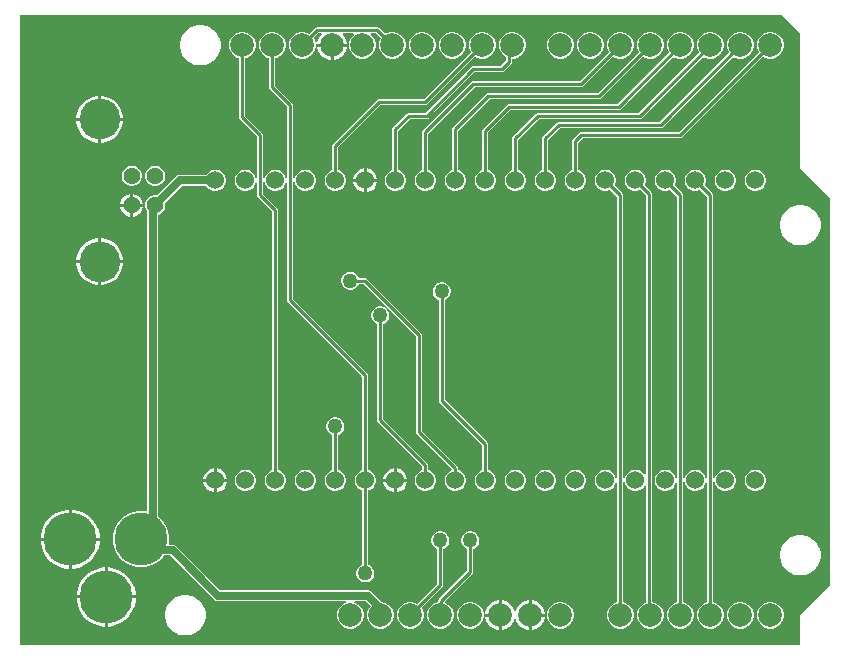
<source format=gtl>
%FSLAX66Y66*%
%MOIN*%
%SFA1B1*%

%IPPOS*%
%ADD12C,0.010000*%
%ADD19C,0.025000*%
%ADD20C,0.060000*%
%ADD21C,0.078740*%
%ADD22C,0.056338*%
%ADD23C,0.135827*%
%ADD24C,0.177165*%
%ADD25C,0.050000*%
%LNesp32-hwe-uno-1*%
%LPD*%
G36*
X2600000Y2040000D02*
Y1590000D01*
X2700000Y1490000*
Y200000*
X2600000Y100000*
Y0*
X0*
Y2100000*
X2540000*
X2600000Y2040000*
G37*
%LNesp32-hwe-uno-2*%
%LPC*%
G36*
X1190629Y2059566D02*
X989370D01*
X985468Y2058791*
X982161Y2056578*
X963338Y2037759*
X957125Y2041346*
X945842Y2044370*
X934157*
X922874Y2041346*
X912755Y2035503*
X904496Y2027244*
X898653Y2017125*
X895629Y2005842*
Y1994157*
X898653Y1982874*
X904496Y1972755*
X912755Y1964496*
X922874Y1958653*
X934157Y1955629*
X945842*
X957125Y1958653*
X967244Y1964496*
X975503Y1972755*
X981346Y1982874*
X984370Y1994157*
Y2005842*
X981346Y2017125*
X977759Y2023338*
X993594Y2039173*
X1002822*
X1004736Y2034555*
X1000492Y2030314*
X993996Y2019055*
X990629Y2006500*
Y2005000*
X1089370*
Y2006500*
X1086003Y2019055*
X1079507Y2030314*
X1075263Y2034555*
X1077177Y2039173*
X1109543*
X1111425Y2034173*
X1104496Y2027244*
X1098653Y2017125*
X1095629Y2005842*
Y1994157*
X1098653Y1982874*
X1104496Y1972755*
X1112755Y1964496*
X1122874Y1958653*
X1134157Y1955629*
X1145842*
X1157125Y1958653*
X1167244Y1964496*
X1175503Y1972755*
X1181346Y1982874*
X1184370Y1994157*
Y2005842*
X1181346Y2017125*
X1175503Y2027244*
X1168574Y2034173*
X1170456Y2039173*
X1186405*
X1202240Y2023338*
X1198653Y2017125*
X1195629Y2005842*
Y1994157*
X1198653Y1982874*
X1204496Y1972755*
X1212755Y1964496*
X1222874Y1958653*
X1234157Y1955629*
X1245842*
X1257125Y1958653*
X1267244Y1964496*
X1275503Y1972755*
X1281346Y1982874*
X1284370Y1994157*
Y2005842*
X1281346Y2017125*
X1275503Y2027244*
X1267244Y2035503*
X1257125Y2041346*
X1245842Y2044370*
X1234157*
X1222874Y2041346*
X1216661Y2037759*
X1197838Y2056578*
X1194531Y2058791*
X1190629Y2059566*
G37*
G36*
X2505842Y2044370D02*
X2494157D01*
X2482874Y2041346*
X2472755Y2035503*
X2464496Y2027244*
X2458653Y2017125*
X2455629Y2005842*
Y1994157*
X2458653Y1982874*
X2462240Y1976661*
X2195775Y1710196*
X1870000*
X1866098Y1709421*
X1862791Y1707208*
X1842791Y1687208*
X1840578Y1683901*
X1839803Y1680000*
Y1583503*
X1836492Y1582614*
X1828507Y1578007*
X1821992Y1571492*
X1817385Y1563507*
X1815000Y1554606*
Y1545393*
X1817385Y1536492*
X1821992Y1528507*
X1828507Y1521992*
X1836492Y1517385*
X1845393Y1515000*
X1854606*
X1863507Y1517385*
X1871492Y1521992*
X1878007Y1528507*
X1882614Y1536492*
X1885000Y1545393*
Y1554606*
X1882614Y1563507*
X1878007Y1571492*
X1871492Y1578007*
X1863507Y1582614*
X1860196Y1583503*
Y1675775*
X1874224Y1689803*
X2200000*
X2203901Y1690578*
X2207208Y1692791*
X2476661Y1962240*
X2482874Y1958653*
X2494157Y1955629*
X2505842*
X2517125Y1958653*
X2527244Y1964496*
X2535503Y1972755*
X2541346Y1982874*
X2544370Y1994157*
Y2005842*
X2541346Y2017125*
X2535503Y2027244*
X2527244Y2035503*
X2517125Y2041346*
X2505842Y2044370*
G37*
G36*
X2405842D02*
X2394157D01*
X2382874Y2041346*
X2372755Y2035503*
X2364496Y2027244*
X2358653Y2017125*
X2355629Y2005842*
Y1994157*
X2358653Y1982874*
X2362240Y1976661*
X2130775Y1745196*
X1795000*
X1791098Y1744421*
X1787791Y1742208*
X1742791Y1697208*
X1740578Y1693901*
X1739803Y1690000*
Y1583503*
X1736492Y1582614*
X1728507Y1578007*
X1721992Y1571492*
X1717385Y1563507*
X1715000Y1554606*
Y1545393*
X1717385Y1536492*
X1721992Y1528507*
X1728507Y1521992*
X1736492Y1517385*
X1745393Y1515000*
X1754606*
X1763507Y1517385*
X1771492Y1521992*
X1778007Y1528507*
X1782614Y1536492*
X1785000Y1545393*
Y1554606*
X1782614Y1563507*
X1778007Y1571492*
X1771492Y1578007*
X1763507Y1582614*
X1760196Y1583503*
Y1685775*
X1799224Y1724803*
X2135000*
X2138901Y1725578*
X2142208Y1727791*
X2376661Y1962240*
X2382874Y1958653*
X2394157Y1955629*
X2405842*
X2417125Y1958653*
X2427244Y1964496*
X2435503Y1972755*
X2441346Y1982874*
X2444370Y1994157*
Y2005842*
X2441346Y2017125*
X2435503Y2027244*
X2427244Y2035503*
X2417125Y2041346*
X2405842Y2044370*
G37*
G36*
X2305842D02*
X2294157D01*
X2282874Y2041346*
X2272755Y2035503*
X2264496Y2027244*
X2258653Y2017125*
X2255629Y2005842*
Y1994157*
X2258653Y1982874*
X2262240Y1976661*
X2060775Y1775196*
X1725000*
X1721098Y1774421*
X1717791Y1772208*
X1642791Y1697208*
X1640578Y1693901*
X1639803Y1690000*
Y1583503*
X1636492Y1582614*
X1628507Y1578007*
X1621992Y1571492*
X1617385Y1563507*
X1615000Y1554606*
Y1545393*
X1617385Y1536492*
X1621992Y1528507*
X1628507Y1521992*
X1636492Y1517385*
X1645393Y1515000*
X1654606*
X1663507Y1517385*
X1671492Y1521992*
X1678007Y1528507*
X1682614Y1536492*
X1685000Y1545393*
Y1554606*
X1682614Y1563507*
X1678007Y1571492*
X1671492Y1578007*
X1663507Y1582614*
X1660196Y1583503*
Y1685775*
X1729224Y1754803*
X2065000*
X2068901Y1755578*
X2072208Y1757791*
X2276661Y1962240*
X2282874Y1958653*
X2294157Y1955629*
X2305842*
X2317125Y1958653*
X2327244Y1964496*
X2335503Y1972755*
X2341346Y1982874*
X2344370Y1994157*
Y2005842*
X2341346Y2017125*
X2335503Y2027244*
X2327244Y2035503*
X2317125Y2041346*
X2305842Y2044370*
G37*
G36*
X2205842D02*
X2194157D01*
X2182874Y2041346*
X2172755Y2035503*
X2164496Y2027244*
X2158653Y2017125*
X2155629Y2005842*
Y1994157*
X2158653Y1982874*
X2162240Y1976661*
X1990775Y1805196*
X1630000*
X1626098Y1804421*
X1622791Y1802208*
X1542791Y1722208*
X1540578Y1718901*
X1539803Y1715000*
Y1583503*
X1536492Y1582614*
X1528507Y1578007*
X1521992Y1571492*
X1517385Y1563507*
X1515000Y1554606*
Y1545393*
X1517385Y1536492*
X1521992Y1528507*
X1528507Y1521992*
X1536492Y1517385*
X1545393Y1515000*
X1554606*
X1563507Y1517385*
X1571492Y1521992*
X1578007Y1528507*
X1582614Y1536492*
X1585000Y1545393*
Y1554606*
X1582614Y1563507*
X1578007Y1571492*
X1571492Y1578007*
X1563507Y1582614*
X1560196Y1583503*
Y1710775*
X1634224Y1784803*
X1995000*
X1998901Y1785578*
X2002208Y1787791*
X2176661Y1962240*
X2182874Y1958653*
X2194157Y1955629*
X2205842*
X2217125Y1958653*
X2227244Y1964496*
X2235503Y1972755*
X2241346Y1982874*
X2244370Y1994157*
Y2005842*
X2241346Y2017125*
X2235503Y2027244*
X2227244Y2035503*
X2217125Y2041346*
X2205842Y2044370*
G37*
G36*
X2105842D02*
X2094157D01*
X2082874Y2041346*
X2072755Y2035503*
X2064496Y2027244*
X2058653Y2017125*
X2055629Y2005842*
Y1994157*
X2058653Y1982874*
X2062240Y1976661*
X1925775Y1840196*
X1560000*
X1556098Y1839421*
X1552791Y1837208*
X1442791Y1727208*
X1440578Y1723901*
X1439803Y1720000*
Y1583503*
X1436492Y1582614*
X1428507Y1578007*
X1421992Y1571492*
X1417385Y1563507*
X1415000Y1554606*
Y1545393*
X1417385Y1536492*
X1421992Y1528507*
X1428507Y1521992*
X1436492Y1517385*
X1445393Y1515000*
X1454606*
X1463507Y1517385*
X1471492Y1521992*
X1478007Y1528507*
X1482614Y1536492*
X1485000Y1545393*
Y1554606*
X1482614Y1563507*
X1478007Y1571492*
X1471492Y1578007*
X1463507Y1582614*
X1460196Y1583503*
Y1715775*
X1564224Y1819803*
X1930000*
X1933901Y1820578*
X1937208Y1822791*
X2076661Y1962240*
X2082874Y1958653*
X2094157Y1955629*
X2105842*
X2117125Y1958653*
X2127244Y1964496*
X2135503Y1972755*
X2141346Y1982874*
X2144370Y1994157*
Y2005842*
X2141346Y2017125*
X2135503Y2027244*
X2127244Y2035503*
X2117125Y2041346*
X2105842Y2044370*
G37*
G36*
X2005842D02*
X1994157D01*
X1982874Y2041346*
X1972755Y2035503*
X1964496Y2027244*
X1958653Y2017125*
X1955629Y2005842*
Y1994157*
X1958653Y1982874*
X1962240Y1976661*
X1865775Y1880196*
X1510000*
X1506098Y1879421*
X1502791Y1877208*
X1342791Y1717208*
X1340578Y1713901*
X1339803Y1710000*
Y1583503*
X1336492Y1582614*
X1328507Y1578007*
X1321992Y1571492*
X1317385Y1563507*
X1315000Y1554606*
Y1545393*
X1317385Y1536492*
X1321992Y1528507*
X1328507Y1521992*
X1336492Y1517385*
X1345393Y1515000*
X1354606*
X1363507Y1517385*
X1371492Y1521992*
X1378007Y1528507*
X1382614Y1536492*
X1385000Y1545393*
Y1554606*
X1382614Y1563507*
X1378007Y1571492*
X1371492Y1578007*
X1363507Y1582614*
X1360196Y1583503*
Y1705775*
X1514224Y1859803*
X1870000*
X1873901Y1860578*
X1877208Y1862791*
X1976661Y1962240*
X1982874Y1958653*
X1994157Y1955629*
X2005842*
X2017125Y1958653*
X2027244Y1964496*
X2035503Y1972755*
X2041346Y1982874*
X2044370Y1994157*
Y2005842*
X2041346Y2017125*
X2035503Y2027244*
X2027244Y2035503*
X2017125Y2041346*
X2005842Y2044370*
G37*
G36*
X1905842D02*
X1894157D01*
X1882874Y2041346*
X1872755Y2035503*
X1864496Y2027244*
X1858653Y2017125*
X1855629Y2005842*
Y1994157*
X1858653Y1982874*
X1864496Y1972755*
X1872755Y1964496*
X1882874Y1958653*
X1894157Y1955629*
X1905842*
X1917125Y1958653*
X1927244Y1964496*
X1935503Y1972755*
X1941346Y1982874*
X1944370Y1994157*
Y2005842*
X1941346Y2017125*
X1935503Y2027244*
X1927244Y2035503*
X1917125Y2041346*
X1905842Y2044370*
G37*
G36*
X1805842D02*
X1794157D01*
X1782874Y2041346*
X1772755Y2035503*
X1764496Y2027244*
X1758653Y2017125*
X1755629Y2005842*
Y1994157*
X1758653Y1982874*
X1764496Y1972755*
X1772755Y1964496*
X1782874Y1958653*
X1794157Y1955629*
X1805842*
X1817125Y1958653*
X1827244Y1964496*
X1835503Y1972755*
X1841346Y1982874*
X1844370Y1994157*
Y2005842*
X1841346Y2017125*
X1835503Y2027244*
X1827244Y2035503*
X1817125Y2041346*
X1805842Y2044370*
G37*
G36*
X1545842D02*
X1534157D01*
X1522874Y2041346*
X1512755Y2035503*
X1504496Y2027244*
X1498653Y2017125*
X1495629Y2005842*
Y1994157*
X1498653Y1982874*
X1502240Y1976661*
X1345775Y1820196*
X1195000*
X1191098Y1819421*
X1187791Y1817208*
X1042791Y1672208*
X1040578Y1668901*
X1039803Y1665000*
Y1583503*
X1036492Y1582614*
X1028507Y1578007*
X1021992Y1571492*
X1017385Y1563507*
X1015000Y1554606*
Y1545393*
X1017385Y1536492*
X1021992Y1528507*
X1028507Y1521992*
X1036492Y1517385*
X1045393Y1515000*
X1054606*
X1063507Y1517385*
X1071492Y1521992*
X1078007Y1528507*
X1082614Y1536492*
X1085000Y1545393*
Y1554606*
X1082614Y1563507*
X1078007Y1571492*
X1071492Y1578007*
X1063507Y1582614*
X1060196Y1583503*
Y1660775*
X1199224Y1799803*
X1350000*
X1353901Y1800578*
X1357208Y1802791*
X1516661Y1962240*
X1522874Y1958653*
X1534157Y1955629*
X1545842*
X1557125Y1958653*
X1567244Y1964496*
X1575503Y1972755*
X1581346Y1982874*
X1584370Y1994157*
Y2005842*
X1581346Y2017125*
X1575503Y2027244*
X1567244Y2035503*
X1557125Y2041346*
X1545842Y2044370*
G37*
G36*
X1445842D02*
X1434157D01*
X1422874Y2041346*
X1412755Y2035503*
X1404496Y2027244*
X1398653Y2017125*
X1395629Y2005842*
Y1994157*
X1398653Y1982874*
X1404496Y1972755*
X1412755Y1964496*
X1422874Y1958653*
X1434157Y1955629*
X1445842*
X1457125Y1958653*
X1467244Y1964496*
X1475503Y1972755*
X1481346Y1982874*
X1484370Y1994157*
Y2005842*
X1481346Y2017125*
X1475503Y2027244*
X1467244Y2035503*
X1457125Y2041346*
X1445842Y2044370*
G37*
G36*
X1345842D02*
X1334157D01*
X1322874Y2041346*
X1312755Y2035503*
X1304496Y2027244*
X1298653Y2017125*
X1295629Y2005842*
Y1994157*
X1298653Y1982874*
X1304496Y1972755*
X1312755Y1964496*
X1322874Y1958653*
X1334157Y1955629*
X1345842*
X1357125Y1958653*
X1367244Y1964496*
X1375503Y1972755*
X1381346Y1982874*
X1384370Y1994157*
Y2005842*
X1381346Y2017125*
X1375503Y2027244*
X1367244Y2035503*
X1357125Y2041346*
X1345842Y2044370*
G37*
G36*
X1089370Y1995000D02*
X1045000D01*
Y1950629*
X1046500*
X1059055Y1953996*
X1070314Y1960496*
X1079507Y1969685*
X1086003Y1980944*
X1089370Y1993500*
Y1995000*
G37*
G36*
X1035000D02*
X990629D01*
Y1993500*
X993996Y1980944*
X1000492Y1969685*
X1009685Y1960496*
X1020944Y1953996*
X1033500Y1950629*
X1035000*
Y1995000*
G37*
G36*
X606649Y2067500D02*
X593350D01*
X580311Y2064905*
X568027Y2059818*
X556972Y2052429*
X547570Y2043027*
X540181Y2031972*
X535094Y2019688*
X532500Y2006649*
Y1993350*
X535094Y1980311*
X540181Y1968027*
X547570Y1956972*
X556972Y1947570*
X568027Y1940181*
X580311Y1935094*
X593350Y1932500*
X606649*
X619688Y1935094*
X631972Y1940181*
X643027Y1947570*
X652429Y1956972*
X659818Y1968027*
X664905Y1980311*
X667500Y1993350*
Y2006649*
X664905Y2019688*
X659818Y2031972*
X652429Y2043027*
X643027Y2052429*
X631972Y2059818*
X619688Y2064905*
X606649Y2067500*
G37*
G36*
X272240Y1830708D02*
X269566D01*
Y1757795*
X342480*
Y1760468*
X339484Y1775523*
X333614Y1789700*
X325086Y1802460*
X314232Y1813314*
X301472Y1821842*
X287291Y1827716*
X272240Y1830708*
G37*
G36*
X259566D02*
X256893D01*
X241838Y1827716*
X227661Y1821842*
X214901Y1813314*
X204047Y1802460*
X195519Y1789700*
X189645Y1775523*
X186653Y1760468*
Y1757795*
X259566*
Y1830708*
G37*
G36*
X342480Y1747795D02*
X269566D01*
Y1674881*
X272240*
X287291Y1677874*
X301472Y1683748*
X314232Y1692275*
X325086Y1703129*
X333614Y1715889*
X339484Y1730066*
X342480Y1745122*
Y1747795*
G37*
G36*
X259566D02*
X186653D01*
Y1745122*
X189645Y1730066*
X195519Y1715889*
X204047Y1703129*
X214901Y1692275*
X227661Y1683748*
X241838Y1677874*
X256893Y1674881*
X259566*
Y1747795*
G37*
G36*
X845842Y2044370D02*
X834157D01*
X822874Y2041346*
X812755Y2035503*
X804496Y2027244*
X798653Y2017125*
X795629Y2005842*
Y1994157*
X798653Y1982874*
X804496Y1972755*
X812755Y1964496*
X822874Y1958653*
X829803Y1956795*
Y1860000*
X830578Y1856098*
X832791Y1852791*
X889803Y1795775*
Y1555996*
X884803Y1555338*
X882614Y1563507*
X878007Y1571492*
X871492Y1578007*
X863507Y1582614*
X854606Y1585000*
X845393*
X836492Y1582614*
X828507Y1578007*
X821992Y1571492*
X817385Y1563507*
X815196Y1555338*
X810196Y1555996*
Y1700000*
X809421Y1703901*
X807208Y1707208*
X750196Y1764224*
Y1956795*
X757125Y1958653*
X767244Y1964496*
X775503Y1972755*
X781346Y1982874*
X784370Y1994157*
Y2005842*
X781346Y2017125*
X775503Y2027244*
X767244Y2035503*
X757125Y2041346*
X745842Y2044370*
X734157*
X722874Y2041346*
X712755Y2035503*
X704496Y2027244*
X698653Y2017125*
X695629Y2005842*
Y1994157*
X698653Y1982874*
X704496Y1972755*
X712755Y1964496*
X722874Y1958653*
X729803Y1956795*
Y1760000*
X730578Y1756098*
X732791Y1752791*
X789803Y1695775*
Y1555996*
X784803Y1555338*
X782614Y1563507*
X778007Y1571492*
X771492Y1578007*
X763507Y1582614*
X754606Y1585000*
X745393*
X736492Y1582614*
X728507Y1578007*
X721992Y1571492*
X717385Y1563507*
X715000Y1554606*
Y1545393*
X717385Y1536492*
X721992Y1528507*
X728507Y1521992*
X736492Y1517385*
X745393Y1515000*
X754606*
X763507Y1517385*
X771492Y1521992*
X778007Y1528507*
X782614Y1536492*
X784803Y1544661*
X789803Y1544003*
Y1500000*
X790578Y1496098*
X792791Y1492791*
X839803Y1445775*
Y583503*
X836492Y582614*
X828507Y578007*
X821992Y571492*
X817385Y563507*
X815000Y554606*
Y545393*
X817385Y536492*
X821992Y528507*
X828507Y521992*
X836492Y517385*
X845393Y515000*
X854606*
X863507Y517385*
X871492Y521992*
X878007Y528507*
X882614Y536492*
X885000Y545393*
Y554606*
X882614Y563507*
X878007Y571492*
X871492Y578007*
X863507Y582614*
X860196Y583503*
Y1450000*
X859421Y1453901*
X857208Y1457208*
X810196Y1504224*
Y1544003*
X815196Y1544661*
X817385Y1536492*
X821992Y1528507*
X828507Y1521992*
X836492Y1517385*
X845393Y1515000*
X854606*
X863507Y1517385*
X871492Y1521992*
X878007Y1528507*
X882614Y1536492*
X884803Y1544661*
X889803Y1544003*
Y1150000*
X890578Y1146098*
X892791Y1142791*
X1139803Y895775*
Y583503*
X1136492Y582614*
X1128507Y578007*
X1121992Y571492*
X1117385Y563507*
X1115000Y554606*
Y545393*
X1117385Y536492*
X1121992Y528507*
X1128507Y521992*
X1136492Y517385*
X1139803Y516496*
Y268326*
X1138421Y267956*
X1131578Y264003*
X1125996Y258421*
X1122043Y251578*
X1120000Y243948*
Y236051*
X1122043Y228421*
X1125996Y221578*
X1131578Y215992*
X1138421Y212043*
X1146051Y210000*
X1153948*
X1161578Y212043*
X1168421Y215992*
X1174003Y221578*
X1177956Y228421*
X1180000Y236051*
Y243948*
X1177956Y251578*
X1174003Y258421*
X1168421Y264003*
X1161578Y267956*
X1160196Y268326*
Y516496*
X1163507Y517385*
X1171492Y521992*
X1178007Y528507*
X1182614Y536492*
X1185000Y545393*
Y554606*
X1182614Y563507*
X1178007Y571492*
X1171492Y578007*
X1163507Y582614*
X1160196Y583503*
Y900000*
X1159421Y903901*
X1157208Y907208*
X910196Y1154224*
Y1544003*
X915196Y1544661*
X917385Y1536492*
X921992Y1528507*
X928507Y1521992*
X936492Y1517385*
X945393Y1515000*
X954606*
X963507Y1517385*
X971492Y1521992*
X978007Y1528507*
X982614Y1536492*
X985000Y1545393*
Y1554606*
X982614Y1563507*
X978007Y1571492*
X971492Y1578007*
X963507Y1582614*
X954606Y1585000*
X945393*
X936492Y1582614*
X928507Y1578007*
X921992Y1571492*
X917385Y1563507*
X915196Y1555338*
X910196Y1555996*
Y1800000*
X909421Y1803901*
X907208Y1807208*
X850196Y1864224*
Y1956795*
X857125Y1958653*
X867244Y1964496*
X875503Y1972755*
X881346Y1982874*
X884370Y1994157*
Y2005842*
X881346Y2017125*
X875503Y2027244*
X867244Y2035503*
X857125Y2041346*
X845842Y2044370*
G37*
G36*
X1155267Y1590000D02*
X1155000D01*
Y1555000*
X1190000*
Y1555267*
X1187275Y1565440*
X1182007Y1574559*
X1174559Y1582007*
X1165440Y1587275*
X1155267Y1590000*
G37*
G36*
X1145000D02*
X1144732D01*
X1134559Y1587275*
X1125440Y1582007*
X1117992Y1574559*
X1112724Y1565440*
X1110000Y1555267*
Y1555000*
X1145000*
Y1590000*
G37*
G36*
X454366Y1598169D02*
X445633D01*
X437196Y1595909*
X429633Y1591543*
X423456Y1585366*
X419090Y1577803*
X416830Y1569366*
Y1560633*
X419090Y1552196*
X423456Y1544633*
X429633Y1538456*
X437196Y1534090*
X445633Y1531830*
X454366*
X462803Y1534090*
X470366Y1538456*
X476543Y1544633*
X480909Y1552196*
X483169Y1560633*
Y1569366*
X480909Y1577803*
X476543Y1585366*
X470366Y1591543*
X462803Y1595909*
X454366Y1598169*
G37*
G36*
X375625D02*
X366893D01*
X358456Y1595909*
X350893Y1591543*
X344716Y1585366*
X340350Y1577803*
X338090Y1569366*
Y1560633*
X340350Y1552196*
X344716Y1544633*
X350893Y1538456*
X358456Y1534090*
X366893Y1531830*
X375625*
X384062Y1534090*
X391625Y1538456*
X397803Y1544633*
X402169Y1552196*
X404429Y1560633*
Y1569366*
X402169Y1577803*
X397803Y1585366*
X391625Y1591543*
X384062Y1595909*
X375625Y1598169*
G37*
G36*
X2454606Y1585000D02*
X2445393D01*
X2436492Y1582614*
X2428507Y1578007*
X2421992Y1571492*
X2417385Y1563507*
X2415000Y1554606*
Y1545393*
X2417385Y1536492*
X2421992Y1528507*
X2428507Y1521992*
X2436492Y1517385*
X2445393Y1515000*
X2454606*
X2463507Y1517385*
X2471492Y1521992*
X2478007Y1528507*
X2482614Y1536492*
X2485000Y1545393*
Y1554606*
X2482614Y1563507*
X2478007Y1571492*
X2471492Y1578007*
X2463507Y1582614*
X2454606Y1585000*
G37*
G36*
X2354606D02*
X2345393D01*
X2336492Y1582614*
X2328507Y1578007*
X2321992Y1571492*
X2317385Y1563507*
X2315000Y1554606*
Y1545393*
X2317385Y1536492*
X2321992Y1528507*
X2328507Y1521992*
X2336492Y1517385*
X2345393Y1515000*
X2354606*
X2363507Y1517385*
X2371492Y1521992*
X2378007Y1528507*
X2382614Y1536492*
X2385000Y1545393*
Y1554606*
X2382614Y1563507*
X2378007Y1571492*
X2371492Y1578007*
X2363507Y1582614*
X2354606Y1585000*
G37*
G36*
X1645842Y2044370D02*
X1634157D01*
X1622874Y2041346*
X1612755Y2035503*
X1604496Y2027244*
X1598653Y2017125*
X1595629Y2005842*
Y1994157*
X1598653Y1982874*
X1604496Y1972755*
X1612755Y1964496*
X1619803Y1960425*
Y1949224*
X1600602Y1930023*
X1509826*
X1505925Y1929244*
X1502618Y1927035*
X1350775Y1775196*
X1295000*
X1291098Y1774421*
X1287791Y1772208*
X1242791Y1727208*
X1240578Y1723901*
X1239803Y1720000*
Y1583503*
X1236492Y1582614*
X1228507Y1578007*
X1221992Y1571492*
X1217385Y1563507*
X1215000Y1554606*
Y1545393*
X1217385Y1536492*
X1221992Y1528507*
X1228507Y1521992*
X1236492Y1517385*
X1245393Y1515000*
X1254606*
X1263507Y1517385*
X1271492Y1521992*
X1278007Y1528507*
X1282614Y1536492*
X1285000Y1545393*
Y1554606*
X1282614Y1563507*
X1278007Y1571492*
X1271492Y1578007*
X1263507Y1582614*
X1260196Y1583503*
Y1715775*
X1299224Y1754803*
X1355000*
X1358901Y1755578*
X1362208Y1757791*
X1514047Y1909629*
X1604826*
X1608728Y1910405*
X1612035Y1912618*
X1637208Y1937791*
X1639421Y1941098*
X1640196Y1945000*
Y1955629*
X1645842*
X1657125Y1958653*
X1667244Y1964496*
X1675503Y1972755*
X1681346Y1982874*
X1684370Y1994157*
Y2005842*
X1681346Y2017125*
X1675503Y2027244*
X1667244Y2035503*
X1657125Y2041346*
X1645842Y2044370*
G37*
G36*
X654606Y1585000D02*
X645393D01*
X636492Y1582614*
X628507Y1578007*
X621992Y1571492*
X619885Y1567842*
X533425*
X526598Y1566484*
X520807Y1562618*
X457181Y1498988*
X454366Y1499744*
X445633*
X437196Y1497484*
X429633Y1493118*
X423456Y1486940*
X419090Y1479377*
X416830Y1470940*
Y1462208*
X419090Y1453771*
X423291Y1446500*
Y449011*
X419425Y445842*
X411972Y447322*
X393539*
X375456Y443728*
X358429Y436673*
X343102Y426429*
X330066Y413393*
X319822Y398066*
X312767Y381039*
X309173Y362956*
Y344523*
X312767Y326440*
X319822Y309413*
X330066Y294082*
X343102Y281051*
X358429Y270807*
X375456Y263751*
X393539Y260157*
X411972*
X430055Y263751*
X447082Y270807*
X462409Y281051*
X475444Y294082*
X479098Y299551*
X500216*
X647381Y152381*
X653173Y148515*
X660000Y147157*
X1085240*
X1085901Y142157*
X1082874Y141346*
X1072755Y135503*
X1064496Y127244*
X1058653Y117125*
X1055629Y105842*
Y94157*
X1058653Y82874*
X1064496Y72755*
X1072755Y64496*
X1082874Y58653*
X1094157Y55629*
X1105842*
X1117125Y58653*
X1127244Y64496*
X1135503Y72755*
X1141346Y82874*
X1144370Y94157*
Y105842*
X1141346Y117125*
X1135503Y127244*
X1127244Y135503*
X1117125Y141346*
X1114098Y142157*
X1114759Y147157*
X1152610*
X1168507Y131255*
X1164496Y127244*
X1158653Y117125*
X1155629Y105842*
Y94157*
X1158653Y82874*
X1164496Y72755*
X1172755Y64496*
X1182874Y58653*
X1194157Y55629*
X1205842*
X1217125Y58653*
X1227244Y64496*
X1235503Y72755*
X1241346Y82874*
X1244370Y94157*
Y105842*
X1241346Y117125*
X1235503Y127244*
X1227244Y135503*
X1217125Y141346*
X1205842Y144370*
X1204692*
X1202334Y147897*
X1172618Y177618*
X1166826Y181484*
X1160000Y182842*
X667389*
X520224Y330007*
X514437Y333877*
X507606Y335236*
X498433*
X495259Y339102*
X496338Y344523*
Y362956*
X492740Y381039*
X485688Y398066*
X475444Y413393*
X462409Y426429*
X458976Y428724*
Y1434641*
X462803Y1435665*
X470366Y1440031*
X476543Y1446208*
X480909Y1453771*
X483169Y1462208*
Y1470940*
X482413Y1473755*
X540814Y1532157*
X619885*
X621992Y1528507*
X628507Y1521992*
X636492Y1517385*
X645393Y1515000*
X654606*
X663507Y1517385*
X671492Y1521992*
X678007Y1528507*
X682614Y1536492*
X685000Y1545393*
Y1554606*
X682614Y1563507*
X678007Y1571492*
X671492Y1578007*
X663507Y1582614*
X654606Y1585000*
G37*
G36*
X1190000Y1545000D02*
X1155000D01*
Y1510000*
X1155267*
X1165440Y1512724*
X1174559Y1517992*
X1182007Y1525440*
X1187275Y1534559*
X1190000Y1544732*
Y1545000*
G37*
G36*
X1145000D02*
X1110000D01*
Y1544732*
X1112724Y1534559*
X1117992Y1525440*
X1125440Y1517992*
X1134559Y1512724*
X1144732Y1510000*
X1145000*
Y1545000*
G37*
G36*
X376283Y1504744D02*
X376259D01*
Y1471574*
X409429*
Y1471598*
X406826Y1481307*
X401803Y1490011*
X394696Y1497118*
X385992Y1502141*
X376283Y1504744*
G37*
G36*
X366259D02*
X366236D01*
X356527Y1502141*
X347822Y1497118*
X340716Y1490011*
X335692Y1481307*
X333090Y1471598*
Y1471574*
X366259*
Y1504744*
G37*
G36*
X409429Y1461574D02*
X376259D01*
Y1428405*
X376283*
X385992Y1431007*
X394696Y1436031*
X401803Y1443137*
X406826Y1451842*
X409429Y1461551*
Y1461574*
G37*
G36*
X366259D02*
X333090D01*
Y1461551*
X335692Y1451842*
X340716Y1443137*
X347822Y1436031*
X356527Y1431007*
X366236Y1428405*
X366259*
Y1461574*
G37*
G36*
X2606649Y1467500D02*
X2593350D01*
X2580311Y1464905*
X2568027Y1459818*
X2556972Y1452429*
X2547570Y1443027*
X2540181Y1431972*
X2535094Y1419688*
X2532500Y1406649*
Y1393350*
X2535094Y1380311*
X2540181Y1368027*
X2547570Y1356972*
X2556972Y1347570*
X2568027Y1340181*
X2580311Y1335094*
X2593350Y1332500*
X2606649*
X2619688Y1335094*
X2631972Y1340181*
X2643027Y1347570*
X2652429Y1356972*
X2659818Y1368027*
X2664905Y1380311*
X2667500Y1393350*
Y1406649*
X2664905Y1419688*
X2659818Y1431972*
X2652429Y1443027*
X2643027Y1452429*
X2631972Y1459818*
X2619688Y1464905*
X2606649Y1467500*
G37*
G36*
X272240Y1356692D02*
X269566D01*
Y1283779*
X342480*
Y1286452*
X339484Y1301507*
X333614Y1315685*
X325086Y1328444*
X314232Y1339299*
X301472Y1347826*
X287291Y1353696*
X272240Y1356692*
G37*
G36*
X259566D02*
X256893D01*
X241838Y1353696*
X227661Y1347826*
X214901Y1339299*
X204047Y1328444*
X195519Y1315685*
X189645Y1301507*
X186653Y1286452*
Y1283779*
X259566*
Y1356692*
G37*
G36*
X342480Y1273779D02*
X269566D01*
Y1200866*
X272240*
X287291Y1203862*
X301472Y1209732*
X314232Y1218259*
X325086Y1229114*
X333614Y1241874*
X339484Y1256051*
X342480Y1271106*
Y1273779*
G37*
G36*
X259566D02*
X186653D01*
Y1271106*
X189645Y1256051*
X195519Y1241874*
X204047Y1229114*
X214901Y1218259*
X227661Y1209732*
X241838Y1203862*
X256893Y1200866*
X259566*
Y1273779*
G37*
G36*
X2054606Y1585000D02*
X2045393D01*
X2036492Y1582614*
X2028507Y1578007*
X2021992Y1571492*
X2017385Y1563507*
X2015000Y1554606*
Y1545393*
X2017385Y1536492*
X2021992Y1528507*
X2028507Y1521992*
X2036492Y1517385*
X2045393Y1515000*
X2054606*
X2063507Y1517385*
X2066480Y1519102*
X2084803Y1500775*
Y569716*
X2079803Y568377*
X2078007Y571492*
X2071492Y578007*
X2063507Y582614*
X2054606Y585000*
X2045393*
X2036492Y582614*
X2028507Y578007*
X2021992Y571492*
X2017385Y563507*
X2015196Y555338*
X2010196Y555996*
Y1500000*
X2009421Y1503901*
X2007208Y1507208*
X1980897Y1533519*
X1982614Y1536492*
X1985000Y1545393*
Y1554606*
X1982614Y1563507*
X1978007Y1571492*
X1971492Y1578007*
X1963507Y1582614*
X1954606Y1585000*
X1945393*
X1936492Y1582614*
X1928507Y1578007*
X1921992Y1571492*
X1917385Y1563507*
X1915000Y1554606*
Y1545393*
X1917385Y1536492*
X1921992Y1528507*
X1928507Y1521992*
X1936492Y1517385*
X1945393Y1515000*
X1954606*
X1963507Y1517385*
X1966480Y1519102*
X1989803Y1495775*
Y555996*
X1984803Y555338*
X1982614Y563507*
X1978007Y571492*
X1971492Y578007*
X1963507Y582614*
X1954606Y585000*
X1945393*
X1936492Y582614*
X1928507Y578007*
X1921992Y571492*
X1917385Y563507*
X1915000Y554606*
Y545393*
X1917385Y536492*
X1921992Y528507*
X1928507Y521992*
X1936492Y517385*
X1945393Y515000*
X1954606*
X1963507Y517385*
X1971492Y521992*
X1978007Y528507*
X1982614Y536492*
X1984803Y544661*
X1989803Y544003*
Y143204*
X1982874Y141346*
X1972755Y135503*
X1964496Y127244*
X1958653Y117125*
X1955629Y105842*
Y94157*
X1958653Y82874*
X1964496Y72755*
X1972755Y64496*
X1982874Y58653*
X1994157Y55629*
X2005842*
X2017125Y58653*
X2027244Y64496*
X2035503Y72755*
X2041346Y82874*
X2044370Y94157*
Y105842*
X2041346Y117125*
X2035503Y127244*
X2027244Y135503*
X2017125Y141346*
X2010196Y143204*
Y544003*
X2015196Y544661*
X2017385Y536492*
X2021992Y528507*
X2028507Y521992*
X2036492Y517385*
X2045393Y515000*
X2054606*
X2063507Y517385*
X2071492Y521992*
X2078007Y528507*
X2079803Y531622*
X2084803Y530283*
Y141862*
X2082874Y141346*
X2072755Y135503*
X2064496Y127244*
X2058653Y117125*
X2055629Y105842*
Y94157*
X2058653Y82874*
X2064496Y72755*
X2072755Y64496*
X2082874Y58653*
X2094157Y55629*
X2105842*
X2117125Y58653*
X2127244Y64496*
X2135503Y72755*
X2141346Y82874*
X2144370Y94157*
Y105842*
X2141346Y117125*
X2135503Y127244*
X2127244Y135503*
X2117125Y141346*
X2105842Y144370*
X2105196*
Y1505000*
X2104421Y1508901*
X2102208Y1512208*
X2080901Y1533519*
X2082614Y1536492*
X2085000Y1545393*
Y1554606*
X2082614Y1563507*
X2078007Y1571492*
X2071492Y1578007*
X2063507Y1582614*
X2054606Y1585000*
G37*
G36*
X2254606D02*
X2245393D01*
X2236492Y1582614*
X2228507Y1578007*
X2221992Y1571492*
X2217385Y1563507*
X2215000Y1554606*
Y1545393*
X2217385Y1536492*
X2221992Y1528507*
X2228507Y1521992*
X2236492Y1517385*
X2245393Y1515000*
X2254606*
X2263507Y1517385*
X2266480Y1519102*
X2289803Y1495775*
Y555996*
X2284803Y555338*
X2282614Y563507*
X2278007Y571492*
X2271492Y578007*
X2263507Y582614*
X2254606Y585000*
X2245393*
X2236492Y582614*
X2228507Y578007*
X2221992Y571492*
X2217385Y563507*
X2215196Y555338*
X2210196Y555996*
Y1500000*
X2209421Y1503901*
X2207208Y1507208*
X2180901Y1533519*
X2182614Y1536492*
X2185000Y1545393*
Y1554606*
X2182614Y1563507*
X2178007Y1571492*
X2171492Y1578007*
X2163507Y1582614*
X2154606Y1585000*
X2145393*
X2136492Y1582614*
X2128507Y1578007*
X2121992Y1571492*
X2117385Y1563507*
X2115000Y1554606*
Y1545393*
X2117385Y1536492*
X2121992Y1528507*
X2128507Y1521992*
X2136492Y1517385*
X2145393Y1515000*
X2154606*
X2163507Y1517385*
X2166480Y1519102*
X2189803Y1495775*
Y555996*
X2184803Y555338*
X2182614Y563507*
X2178007Y571492*
X2171492Y578007*
X2163507Y582614*
X2154606Y585000*
X2145393*
X2136492Y582614*
X2128507Y578007*
X2121992Y571492*
X2117385Y563507*
X2115000Y554606*
Y545393*
X2117385Y536492*
X2121992Y528507*
X2128507Y521992*
X2136492Y517385*
X2145393Y515000*
X2154606*
X2163507Y517385*
X2171492Y521992*
X2178007Y528507*
X2182614Y536492*
X2184803Y544661*
X2189803Y544003*
Y143204*
X2182874Y141346*
X2172755Y135503*
X2164496Y127244*
X2158653Y117125*
X2155629Y105842*
Y94157*
X2158653Y82874*
X2164496Y72755*
X2172755Y64496*
X2182874Y58653*
X2194157Y55629*
X2205842*
X2217125Y58653*
X2227244Y64496*
X2235503Y72755*
X2241346Y82874*
X2244370Y94157*
Y105842*
X2241346Y117125*
X2235503Y127244*
X2227244Y135503*
X2217125Y141346*
X2210196Y143204*
Y544003*
X2215196Y544661*
X2217385Y536492*
X2221992Y528507*
X2228507Y521992*
X2236492Y517385*
X2245393Y515000*
X2254606*
X2263507Y517385*
X2271492Y521992*
X2278007Y528507*
X2282614Y536492*
X2284803Y544661*
X2289803Y544003*
Y143204*
X2282874Y141346*
X2272755Y135503*
X2264496Y127244*
X2258653Y117125*
X2255629Y105842*
Y94157*
X2258653Y82874*
X2264496Y72755*
X2272755Y64496*
X2282874Y58653*
X2294157Y55629*
X2305842*
X2317125Y58653*
X2327244Y64496*
X2335503Y72755*
X2341346Y82874*
X2344370Y94157*
Y105842*
X2341346Y117125*
X2335503Y127244*
X2327244Y135503*
X2317125Y141346*
X2310196Y143204*
Y544003*
X2315196Y544661*
X2317385Y536492*
X2321992Y528507*
X2328507Y521992*
X2336492Y517385*
X2345393Y515000*
X2354606*
X2363507Y517385*
X2371492Y521992*
X2378007Y528507*
X2382614Y536492*
X2385000Y545393*
Y554606*
X2382614Y563507*
X2378007Y571492*
X2371492Y578007*
X2363507Y582614*
X2354606Y585000*
X2345393*
X2336492Y582614*
X2328507Y578007*
X2321992Y571492*
X2317385Y563507*
X2315196Y555338*
X2310196Y555996*
Y1500000*
X2309421Y1503901*
X2307208Y1507208*
X2280897Y1533519*
X2282614Y1536492*
X2285000Y1545393*
Y1554606*
X2282614Y1563507*
X2278007Y1571492*
X2271492Y1578007*
X2263507Y1582614*
X2254606Y1585000*
G37*
G36*
X1255267Y590000D02*
X1255000D01*
Y555000*
X1290000*
Y555267*
X1287275Y565440*
X1282007Y574559*
X1274559Y582007*
X1265440Y587275*
X1255267Y590000*
G37*
G36*
X1245000D02*
X1244732D01*
X1234559Y587275*
X1225440Y582007*
X1217992Y574559*
X1212724Y565440*
X1210000Y555267*
Y555000*
X1245000*
Y590000*
G37*
G36*
X655267D02*
X655000D01*
Y555000*
X690000*
Y555267*
X687275Y565440*
X682007Y574559*
X674559Y582007*
X665440Y587275*
X655267Y590000*
G37*
G36*
X645000D02*
X644732D01*
X634559Y587275*
X625440Y582007*
X617992Y574559*
X612724Y565440*
X610000Y555267*
Y555000*
X645000*
Y590000*
G37*
G36*
X2454606Y585000D02*
X2445393D01*
X2436492Y582614*
X2428507Y578007*
X2421992Y571492*
X2417385Y563507*
X2415000Y554606*
Y545393*
X2417385Y536492*
X2421992Y528507*
X2428507Y521992*
X2436492Y517385*
X2445393Y515000*
X2454606*
X2463507Y517385*
X2471492Y521992*
X2478007Y528507*
X2482614Y536492*
X2485000Y545393*
Y554606*
X2482614Y563507*
X2478007Y571492*
X2471492Y578007*
X2463507Y582614*
X2454606Y585000*
G37*
G36*
X1854606D02*
X1845393D01*
X1836492Y582614*
X1828507Y578007*
X1821992Y571492*
X1817385Y563507*
X1815000Y554606*
Y545393*
X1817385Y536492*
X1821992Y528507*
X1828507Y521992*
X1836492Y517385*
X1845393Y515000*
X1854606*
X1863507Y517385*
X1871492Y521992*
X1878007Y528507*
X1882614Y536492*
X1885000Y545393*
Y554606*
X1882614Y563507*
X1878007Y571492*
X1871492Y578007*
X1863507Y582614*
X1854606Y585000*
G37*
G36*
X1754606D02*
X1745393D01*
X1736492Y582614*
X1728507Y578007*
X1721992Y571492*
X1717385Y563507*
X1715000Y554606*
Y545393*
X1717385Y536492*
X1721992Y528507*
X1728507Y521992*
X1736492Y517385*
X1745393Y515000*
X1754606*
X1763507Y517385*
X1771492Y521992*
X1778007Y528507*
X1782614Y536492*
X1785000Y545393*
Y554606*
X1782614Y563507*
X1778007Y571492*
X1771492Y578007*
X1763507Y582614*
X1754606Y585000*
G37*
G36*
X1654606D02*
X1645393D01*
X1636492Y582614*
X1628507Y578007*
X1621992Y571492*
X1617385Y563507*
X1615000Y554606*
Y545393*
X1617385Y536492*
X1621992Y528507*
X1628507Y521992*
X1636492Y517385*
X1645393Y515000*
X1654606*
X1663507Y517385*
X1671492Y521992*
X1678007Y528507*
X1682614Y536492*
X1685000Y545393*
Y554606*
X1682614Y563507*
X1678007Y571492*
X1671492Y578007*
X1663507Y582614*
X1654606Y585000*
G37*
G36*
X1408948Y1210000D02*
X1401051D01*
X1393421Y1207956*
X1386578Y1204007*
X1380996Y1198421*
X1377043Y1191578*
X1375000Y1183948*
Y1176051*
X1377043Y1168421*
X1380996Y1161578*
X1386578Y1155992*
X1393421Y1152043*
X1394803Y1151673*
Y815000*
X1395578Y811098*
X1397791Y807791*
X1539803Y665775*
Y583503*
X1536492Y582614*
X1528507Y578007*
X1521992Y571492*
X1517385Y563507*
X1515000Y554606*
Y545393*
X1517385Y536492*
X1521992Y528507*
X1528507Y521992*
X1536492Y517385*
X1545393Y515000*
X1554606*
X1563507Y517385*
X1571492Y521992*
X1578007Y528507*
X1582614Y536492*
X1585000Y545393*
Y554606*
X1582614Y563507*
X1578007Y571492*
X1571492Y578007*
X1563507Y582614*
X1560196Y583503*
Y670000*
X1559421Y673901*
X1557208Y677208*
X1415196Y819224*
Y1151673*
X1416578Y1152043*
X1423421Y1155992*
X1429003Y1161578*
X1432956Y1168421*
X1435000Y1176051*
Y1183948*
X1432956Y1191578*
X1429003Y1198421*
X1423421Y1204007*
X1416578Y1207956*
X1408948Y1210000*
G37*
G36*
X1103948Y1245000D02*
X1096051D01*
X1088421Y1242956*
X1081578Y1239007*
X1075992Y1233421*
X1072043Y1226578*
X1070000Y1218948*
Y1211051*
X1072043Y1203421*
X1075992Y1196578*
X1081578Y1190992*
X1088421Y1187043*
X1096051Y1185000*
X1103948*
X1111578Y1187043*
X1118421Y1190992*
X1124003Y1196578*
X1127956Y1203421*
X1128326Y1204803*
X1145775*
X1319803Y1030775*
Y710000*
X1320578Y706098*
X1322791Y702791*
X1437515Y588066*
X1436551Y582929*
X1436114Y582397*
X1428507Y578007*
X1421992Y571492*
X1417385Y563507*
X1415000Y554606*
Y545393*
X1417385Y536492*
X1421992Y528507*
X1428507Y521992*
X1436492Y517385*
X1445393Y515000*
X1454606*
X1463507Y517385*
X1471492Y521992*
X1478007Y528507*
X1482614Y536492*
X1485000Y545393*
Y554606*
X1482614Y563507*
X1478007Y571492*
X1471492Y578007*
X1463507Y582614*
X1460196Y583503*
Y590000*
X1459421Y593901*
X1457208Y597208*
X1340196Y714224*
Y1035000*
X1339421Y1038901*
X1337208Y1042208*
X1157208Y1222208*
X1153901Y1224421*
X1150000Y1225196*
X1128326*
X1127956Y1226578*
X1124003Y1233421*
X1118421Y1239007*
X1111578Y1242956*
X1103948Y1245000*
G37*
G36*
X1203948Y1130000D02*
X1196051D01*
X1188421Y1127956*
X1181578Y1124003*
X1175996Y1118421*
X1172043Y1111578*
X1170000Y1103948*
Y1096051*
X1172043Y1088421*
X1175996Y1081578*
X1181578Y1075992*
X1188421Y1072043*
X1189803Y1071673*
Y750000*
X1190578Y746098*
X1192791Y742791*
X1339803Y595775*
Y583503*
X1336492Y582614*
X1328507Y578007*
X1321992Y571492*
X1317385Y563507*
X1315000Y554606*
Y545393*
X1317385Y536492*
X1321992Y528507*
X1328507Y521992*
X1336492Y517385*
X1345393Y515000*
X1354606*
X1363507Y517385*
X1371492Y521992*
X1378007Y528507*
X1382614Y536492*
X1385000Y545393*
Y554606*
X1382614Y563507*
X1378007Y571492*
X1371492Y578007*
X1363507Y582614*
X1360196Y583503*
Y600000*
X1359421Y603901*
X1357208Y607208*
X1210196Y754224*
Y1071673*
X1211578Y1072043*
X1218421Y1075992*
X1224007Y1081578*
X1227956Y1088421*
X1230000Y1096051*
Y1103948*
X1227956Y1111578*
X1224007Y1118421*
X1218421Y1124003*
X1211578Y1127956*
X1203948Y1130000*
G37*
G36*
X1053948Y760000D02*
X1046051D01*
X1038421Y757956*
X1031578Y754007*
X1025992Y748421*
X1022043Y741578*
X1020000Y733948*
Y726051*
X1022043Y718421*
X1025992Y711578*
X1031578Y705992*
X1038421Y702043*
X1039803Y701673*
Y583503*
X1036492Y582614*
X1028507Y578007*
X1021992Y571492*
X1017385Y563507*
X1015000Y554606*
Y545393*
X1017385Y536492*
X1021992Y528507*
X1028507Y521992*
X1036492Y517385*
X1045393Y515000*
X1054606*
X1063507Y517385*
X1071492Y521992*
X1078007Y528507*
X1082614Y536492*
X1085000Y545393*
Y554606*
X1082614Y563507*
X1078007Y571492*
X1071492Y578007*
X1063507Y582614*
X1060196Y583503*
Y701673*
X1061578Y702043*
X1068421Y705992*
X1074007Y711578*
X1077956Y718421*
X1080000Y726051*
Y733948*
X1077956Y741578*
X1074007Y748421*
X1068421Y754007*
X1061578Y757956*
X1053948Y760000*
G37*
G36*
X954606Y585000D02*
X945393D01*
X936492Y582614*
X928507Y578007*
X921992Y571492*
X917385Y563507*
X915000Y554606*
Y545393*
X917385Y536492*
X921992Y528507*
X928507Y521992*
X936492Y517385*
X945393Y515000*
X954606*
X963507Y517385*
X971492Y521992*
X978007Y528507*
X982614Y536492*
X985000Y545393*
Y554606*
X982614Y563507*
X978007Y571492*
X971492Y578007*
X963507Y582614*
X954606Y585000*
G37*
G36*
X754606D02*
X745393D01*
X736492Y582614*
X728507Y578007*
X721992Y571492*
X717385Y563507*
X715000Y554606*
Y545393*
X717385Y536492*
X721992Y528507*
X728507Y521992*
X736492Y517385*
X745393Y515000*
X754606*
X763507Y517385*
X771492Y521992*
X778007Y528507*
X782614Y536492*
X785000Y545393*
Y554606*
X782614Y563507*
X778007Y571492*
X771492Y578007*
X763507Y582614*
X754606Y585000*
G37*
G36*
X1290000Y545000D02*
X1255000D01*
Y510000*
X1255267*
X1265440Y512724*
X1274559Y517992*
X1282007Y525440*
X1287275Y534559*
X1290000Y544732*
Y545000*
G37*
G36*
X1245000D02*
X1210000D01*
Y544732*
X1212724Y534559*
X1217992Y525440*
X1225440Y517992*
X1234559Y512724*
X1244732Y510000*
X1245000*
Y545000*
G37*
G36*
X690000D02*
X655000D01*
Y510000*
X655267*
X665440Y512724*
X674559Y517992*
X682007Y525440*
X687275Y534559*
X690000Y544732*
Y545000*
G37*
G36*
X645000D02*
X610000D01*
Y544732*
X612724Y534559*
X617992Y525440*
X625440Y517992*
X634559Y512724*
X644732Y510000*
X645000*
Y545000*
G37*
G36*
X176244Y452322D02*
X171535D01*
Y358740*
X265118*
Y363448*
X261330Y382496*
X253897Y400437*
X243110Y416582*
X229377Y430314*
X213232Y441102*
X195291Y448535*
X176244Y452322*
G37*
G36*
X161535D02*
X156826D01*
X137779Y448535*
X119838Y441102*
X103692Y430314*
X89960Y416582*
X79173Y400437*
X71740Y382496*
X67952Y363448*
Y358740*
X161535*
Y452322*
G37*
G36*
X265118Y348740D02*
X171535D01*
Y255157*
X176244*
X195291Y258944*
X213232Y266377*
X229377Y277165*
X243110Y290897*
X253897Y307043*
X261330Y324984*
X265118Y344031*
Y348740*
G37*
G36*
X161535D02*
X67952D01*
Y344031*
X71740Y324984*
X79173Y307043*
X89960Y290897*
X103692Y277165*
X119838Y266377*
X137779Y258944*
X156826Y255157*
X161535*
Y348740*
G37*
G36*
X2606649Y367500D02*
X2593350D01*
X2580311Y364905*
X2568027Y359818*
X2556972Y352429*
X2547570Y343027*
X2540181Y331972*
X2535094Y319688*
X2532500Y306649*
Y293350*
X2535094Y280311*
X2540181Y268027*
X2547570Y256972*
X2556972Y247570*
X2568027Y240181*
X2580311Y235094*
X2593350Y232500*
X2606649*
X2619688Y235094*
X2631972Y240181*
X2643027Y247570*
X2652429Y256972*
X2659818Y268027*
X2664905Y280311*
X2667500Y293350*
Y306649*
X2664905Y319688*
X2659818Y331972*
X2652429Y343027*
X2643027Y352429*
X2631972Y359818*
X2619688Y364905*
X2606649Y367500*
G37*
G36*
X296322Y259409D02*
X291614D01*
Y165826*
X385196*
Y170535*
X381409Y189582*
X373976Y207523*
X363188Y223669*
X349456Y237401*
X333311Y248188*
X315370Y255622*
X296322Y259409*
G37*
G36*
X281614D02*
X276905D01*
X257858Y255622*
X239917Y248188*
X223771Y237401*
X210039Y223669*
X199251Y207523*
X191818Y189582*
X188031Y170535*
Y165826*
X281614*
Y259409*
G37*
G36*
X1403948Y380000D02*
X1396051D01*
X1388421Y377956*
X1381578Y374007*
X1375992Y368421*
X1372043Y361578*
X1370000Y353948*
Y346051*
X1372043Y338421*
X1375992Y331578*
X1381578Y325992*
X1388421Y322043*
X1389803Y321673*
Y204224*
X1323338Y137759*
X1317125Y141346*
X1305842Y144370*
X1294157*
X1282874Y141346*
X1272755Y135503*
X1264496Y127244*
X1258653Y117125*
X1255629Y105842*
Y94157*
X1258653Y82874*
X1264496Y72755*
X1272755Y64496*
X1282874Y58653*
X1294157Y55629*
X1305842*
X1317125Y58653*
X1327244Y64496*
X1335503Y72755*
X1341346Y82874*
X1344370Y94157*
Y105842*
X1341346Y117125*
X1337759Y123338*
X1407208Y192791*
X1409421Y196098*
X1410196Y200000*
Y321673*
X1411578Y322043*
X1418421Y325992*
X1424007Y331578*
X1427956Y338421*
X1430000Y346051*
Y353948*
X1427956Y361578*
X1424007Y368421*
X1418421Y374007*
X1411578Y377956*
X1403948Y380000*
G37*
G36*
X1695000Y149370D02*
X1693500D01*
X1680944Y146003*
X1669685Y139507*
X1660496Y130314*
X1653996Y119055*
X1652586Y113807*
X1647413*
X1646003Y119055*
X1639507Y130314*
X1630314Y139507*
X1619055Y146003*
X1606500Y149370*
X1605000*
Y100000*
Y50629*
X1606500*
X1619055Y53996*
X1630314Y60496*
X1639507Y69685*
X1646003Y80944*
X1647413Y86192*
X1652586*
X1653996Y80944*
X1660496Y69685*
X1669685Y60496*
X1680944Y53996*
X1693500Y50629*
X1695000*
Y100000*
Y149370*
G37*
G36*
X1706500D02*
X1705000D01*
Y105000*
X1749370*
Y106500*
X1746003Y119055*
X1739503Y130314*
X1730314Y139507*
X1719055Y146003*
X1706500Y149370*
G37*
G36*
X1595000D02*
X1593500D01*
X1580944Y146003*
X1569685Y139507*
X1560496Y130314*
X1553996Y119055*
X1550629Y106500*
Y105000*
X1595000*
Y149370*
G37*
G36*
X385196Y155826D02*
X291614D01*
Y62244*
X296322*
X315370Y66031*
X333311Y73464*
X349456Y84251*
X363188Y97984*
X373976Y114129*
X381409Y132070*
X385196Y151118*
Y155826*
G37*
G36*
X281614D02*
X188031D01*
Y151118*
X191818Y132070*
X199251Y114129*
X210039Y97984*
X223771Y84251*
X239917Y73464*
X257858Y66031*
X276905Y62244*
X281614*
Y155826*
G37*
G36*
X2505842Y144370D02*
X2494157D01*
X2482874Y141346*
X2472755Y135503*
X2464496Y127244*
X2458653Y117125*
X2455629Y105842*
Y94157*
X2458653Y82874*
X2464496Y72755*
X2472755Y64496*
X2482874Y58653*
X2494157Y55629*
X2505842*
X2517125Y58653*
X2527244Y64496*
X2535503Y72755*
X2541346Y82874*
X2544370Y94157*
Y105842*
X2541346Y117125*
X2535503Y127244*
X2527244Y135503*
X2517125Y141346*
X2505842Y144370*
G37*
G36*
X2405842D02*
X2394157D01*
X2382874Y141346*
X2372755Y135503*
X2364496Y127244*
X2358653Y117125*
X2355629Y105842*
Y94157*
X2358653Y82874*
X2364496Y72755*
X2372755Y64496*
X2382874Y58653*
X2394157Y55629*
X2405842*
X2417125Y58653*
X2427244Y64496*
X2435503Y72755*
X2441346Y82874*
X2444370Y94157*
Y105842*
X2441346Y117125*
X2435503Y127244*
X2427244Y135503*
X2417125Y141346*
X2405842Y144370*
G37*
G36*
X1805842D02*
X1794157D01*
X1782874Y141346*
X1772755Y135503*
X1764496Y127244*
X1758653Y117125*
X1755629Y105842*
Y94157*
X1758653Y82874*
X1764496Y72755*
X1772755Y64496*
X1782874Y58653*
X1794157Y55629*
X1805842*
X1817125Y58653*
X1827244Y64496*
X1835503Y72755*
X1841346Y82874*
X1844370Y94157*
Y105842*
X1841346Y117125*
X1835503Y127244*
X1827244Y135503*
X1817125Y141346*
X1805842Y144370*
G37*
G36*
X1505842D02*
X1494157D01*
X1482874Y141346*
X1472755Y135503*
X1464496Y127244*
X1458653Y117125*
X1455629Y105842*
Y94157*
X1458653Y82874*
X1464496Y72755*
X1472755Y64496*
X1482874Y58653*
X1494157Y55629*
X1505842*
X1517125Y58653*
X1527244Y64496*
X1535503Y72755*
X1541346Y82874*
X1544370Y94157*
Y105842*
X1541346Y117125*
X1535503Y127244*
X1527244Y135503*
X1517125Y141346*
X1505842Y144370*
G37*
G36*
X1503948Y380000D02*
X1496051D01*
X1488421Y377956*
X1481578Y374007*
X1475992Y368421*
X1472043Y361578*
X1470000Y353948*
Y346051*
X1472043Y338421*
X1475992Y331578*
X1481578Y325992*
X1488421Y322043*
X1489803Y321673*
Y249224*
X1396303Y155720*
X1394094Y152413*
X1393314Y148511*
Y144145*
X1382874Y141346*
X1372755Y135503*
X1364496Y127244*
X1358653Y117125*
X1355629Y105842*
Y94157*
X1358653Y82874*
X1364496Y72755*
X1372755Y64496*
X1382874Y58653*
X1394157Y55629*
X1405842*
X1417125Y58653*
X1427244Y64496*
X1435503Y72755*
X1441346Y82874*
X1444370Y94157*
Y105842*
X1441346Y117125*
X1435503Y127244*
X1427244Y135503*
X1417578Y141086*
X1417023Y141952*
X1416192Y146771*
X1507208Y237791*
X1509421Y241098*
X1510196Y245000*
Y321673*
X1511578Y322043*
X1518421Y325992*
X1524007Y331578*
X1527956Y338421*
X1530000Y346051*
Y353948*
X1527956Y361578*
X1524007Y368421*
X1518421Y374007*
X1511578Y377956*
X1503948Y380000*
G37*
G36*
X1749370Y95000D02*
X1705000D01*
Y50629*
X1706500*
X1719055Y53996*
X1730314Y60496*
X1739503Y69685*
X1746003Y80944*
X1749370Y93500*
Y95000*
G37*
G36*
X1595000D02*
X1550629D01*
Y93500*
X1553996Y80944*
X1560496Y69685*
X1569685Y60496*
X1580944Y53996*
X1593500Y50629*
X1595000*
Y95000*
G37*
G36*
X556649Y167500D02*
X543350D01*
X530311Y164905*
X518027Y159818*
X506972Y152429*
X497570Y143027*
X490181Y131972*
X485094Y119688*
X482500Y106649*
Y93350*
X485094Y80311*
X490181Y68027*
X497570Y56972*
X506972Y47570*
X518027Y40181*
X530311Y35094*
X543350Y32500*
X556649*
X569688Y35094*
X581972Y40181*
X593027Y47570*
X602429Y56972*
X609818Y68027*
X614905Y80311*
X617500Y93350*
Y106649*
X614905Y119688*
X609818Y131972*
X602429Y143027*
X593027Y152429*
X581972Y159818*
X569688Y164905*
X556649Y167500*
G37*
%LNesp32-hwe-uno-3*%
%LPD*%
G54D12*
X940000Y2000000D02*
X989370Y2049370D01*
X1190629*
X1240000Y2000000*
X1200000Y750000D02*
Y1100000D01*
Y750000D02*
X1350000Y600000D01*
Y550000D02*
Y600000D01*
X900000Y1150000D02*
Y1800000D01*
Y1150000D02*
X1150000Y900000D01*
Y550000D02*
Y900000D01*
X1550000Y550000D02*
Y670000D01*
X1450000Y550000D02*
Y590000D01*
X1050000Y550000D02*
Y730000D01*
X1500000Y245000D02*
Y350000D01*
X1400000Y200000D02*
Y350000D01*
X840000Y1860000D02*
X900000Y1800000D01*
X840000Y1860000D02*
Y2000000D01*
X1150000Y240000D02*
Y550000D01*
X740000Y1760000D02*
Y2000000D01*
Y1760000D02*
X800000Y1700000D01*
Y1500000D02*
Y1700000D01*
X850000Y550000D02*
Y1450000D01*
X800000Y1500000D02*
X850000Y1450000D01*
X2150000Y1550000D02*
X2200000Y1500000D01*
Y100000D02*
Y1500000D01*
X2250000Y1550000D02*
X2300000Y1500000D01*
Y100000D02*
Y1500000D01*
X2095000Y105000D02*
Y1505000D01*
Y105000D02*
X2100000Y100000D01*
X2050000Y1550000D02*
X2095000Y1505000D01*
X1950000Y1550000D02*
X2000000Y1500000D01*
Y100000D02*
Y1500000D01*
X1050000Y1550000D02*
Y1665000D01*
X1250000Y1550000D02*
Y1720000D01*
X1850000Y1550000D02*
Y1680000D01*
X1750000Y1550000D02*
Y1690000D01*
X1650000Y1550000D02*
Y1690000D01*
X1550000Y1550000D02*
Y1715000D01*
X1450000Y1550000D02*
Y1720000D01*
X1350000Y1550000D02*
Y1710000D01*
X1050000Y1665000D02*
X1195000Y1810000D01*
X1350000D02*
X1540000Y2000000D01*
X1195000Y1810000D02*
X1350000D01*
X2200000Y1700000D02*
X2500000Y2000000D01*
X1850000Y1680000D02*
X1870000Y1700000D01*
X2200000*
X1650000Y1690000D02*
X1725000Y1765000D01*
X2065000D02*
X2300000Y2000000D01*
X1725000Y1765000D02*
X2065000D01*
X1750000Y1690000D02*
X1795000Y1735000D01*
X2135000D02*
X2400000Y2000000D01*
X1795000Y1735000D02*
X2135000D01*
X1403511Y148511D02*
X1500000Y245000D01*
X1403511Y103511D02*
Y148511D01*
X1400000Y100000D02*
X1403511Y103511D01*
X1295000Y1765000D02*
X1355000D01*
X1509826Y1919826*
X1604826*
X1300000Y100000D02*
X1400000Y200000D01*
X1405000Y815000D02*
Y1180000D01*
Y815000D02*
X1550000Y670000D01*
X1330000Y710000D02*
X1450000Y590000D01*
X1330000Y710000D02*
Y1035000D01*
X1630000Y1945000D02*
Y1990000D01*
X1604826Y1919826D02*
X1630000Y1945000D01*
Y1990000D02*
X1640000Y2000000D01*
X1550000Y1715000D02*
X1630000Y1795000D01*
X1995000D02*
X2200000Y2000000D01*
X1630000Y1795000D02*
X1995000D01*
X1450000Y1720000D02*
X1560000Y1830000D01*
X1930000D02*
X2100000Y2000000D01*
X1560000Y1830000D02*
X1930000D01*
X1870000Y1870000D02*
X2000000Y2000000D01*
X1350000Y1710000D02*
X1510000Y1870000D01*
X1870000*
X1250000Y1720000D02*
X1295000Y1765000D01*
X1150000Y1215000D02*
X1330000Y1035000D01*
X1100000Y1215000D02*
X1150000D01*
G54D19*
X450000Y1466574D02*
X533425Y1550000D01*
X666523*
X660000Y165000D02*
X1160000D01*
X507606Y317393D02*
X660000Y165000D01*
X1160000D02*
X1189716Y135283D01*
Y110283D02*
X1200000Y100000D01*
X1189716Y110283D02*
Y135283D01*
X439102Y317393D02*
X507606D01*
X402755Y353740D02*
X439102Y317393D01*
X441133Y392118D02*
Y1457708D01*
X402755Y353740D02*
X441133Y392118D01*
Y1457708D02*
X450000Y1466574D01*
G54D20*
X2450000Y550000D03*
X2350000D03*
X2250000D03*
X2150000D03*
X2050000D03*
X1950000D03*
X1850000D03*
X1750000D03*
X1650000D03*
X1550000D03*
X1450000D03*
X1350000D03*
X1250000D03*
X1150000D03*
X1050000D03*
X950000D03*
X850000D03*
X750000D03*
X650000D03*
Y1550000D03*
X750000D03*
X850000D03*
X950000D03*
X1050000D03*
X1150000D03*
X1250000D03*
X1350000D03*
X1450000D03*
X1550000D03*
X1650000D03*
X1750000D03*
X1850000D03*
X1950000D03*
X2050000D03*
X2150000D03*
X2250000D03*
X2350000D03*
X2450000D03*
G54D21*
X2500000Y2000000D03*
X2400000D03*
X2300000D03*
X2100000D03*
X2000000D03*
X1900000D03*
X1800000D03*
X2200000D03*
X1800000Y100000D03*
X1700000D03*
X1600000D03*
X1400000D03*
X1300000D03*
X1200000D03*
X1100000D03*
X1500000D03*
X740000Y2000000D03*
X840000D03*
X940000D03*
X1140000D03*
X1240000D03*
X1340000D03*
X1440000D03*
X1540000D03*
X1640000D03*
X1040000D03*
X2500000Y100000D03*
X2400000D03*
X2300000D03*
X2100000D03*
X2000000D03*
X2200000D03*
G54D22*
X450000Y1565000D03*
X371259D03*
X450000Y1466574D03*
X371259D03*
G54D23*
X264566Y1752795D03*
Y1278779D03*
G54D24*
X402755Y353740D03*
X286614Y160826D03*
X166535Y353740D03*
G54D25*
X1200000Y1100000D03*
X1500000Y350000D03*
X1400000D03*
X1100000Y1215000D03*
X1405000Y1180000D03*
X1050000Y730000D03*
X1150000Y240000D03*
M02*
</source>
